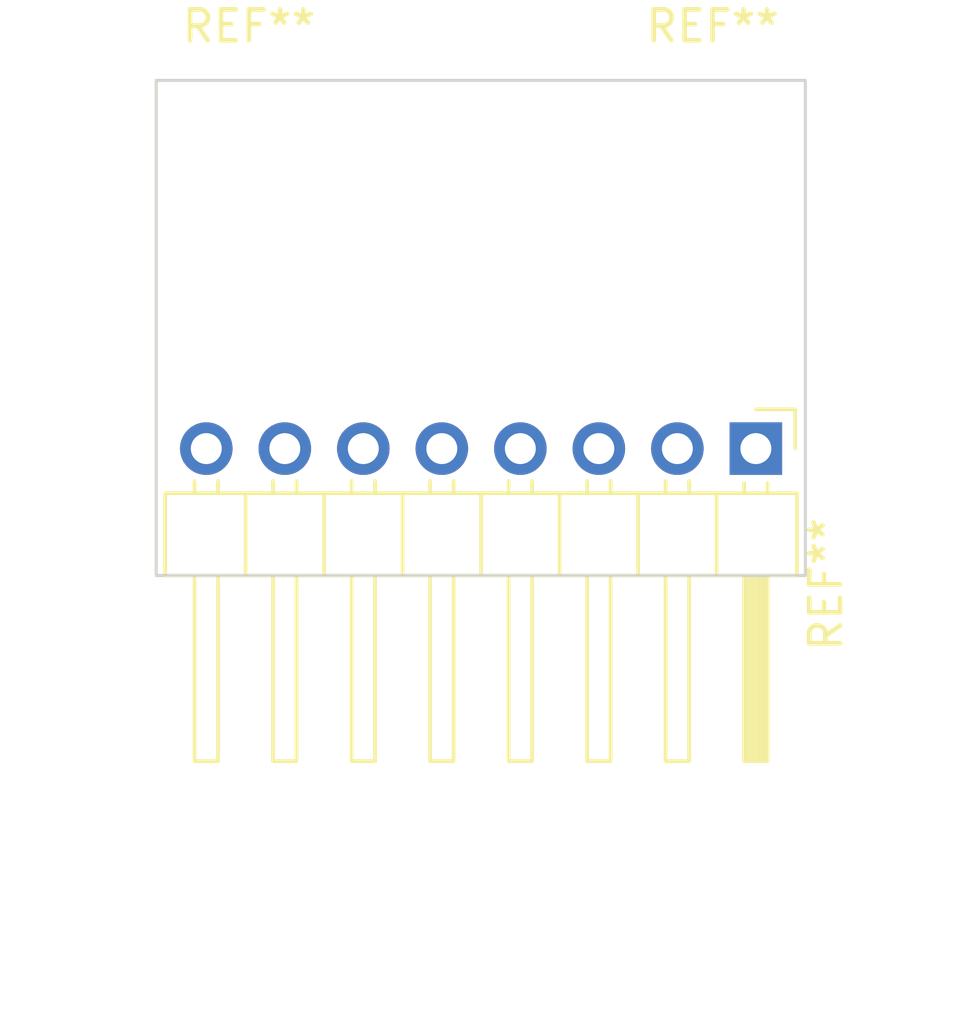
<source format=kicad_pcb>
(kicad_pcb (version 20221018) (generator pcbnew)
  (layers (0 "F.Cu" signal) (31 "B.Cu" signal) (34 "B.Paste" user) (35 "F.Paste" user) (36 "B.SilkS" user "B.Silkscreen") (37 "F.SilkS" user "F.Silkscreen") (38 "B.Mask" user) (39 "F.Mask" user) (44 "Edge.Cuts" user))
  (net 0 "")
  (footprint "MountingHole:MountingHole_3.5mm" (layer "F.Cu") (at 38 22.75)
    (fp_text reference "REF**" (at 0 -4.5) (layer "F.SilkS"))
    (fp_text value "MountingHole_3.5mm")
    (pad "" np_thru_hole circle (at 0 0) (size 3.5 3.5) (drill 3.5) (layers "*.Cu" "*.Mask"))
  )
  (footprint "Connector_PinHeader_2.54mm:PinHeader_1x08_P2.54mm_Horizontal" (layer "F.Cu") (at 39.4 31.9 -90)
    (fp_text reference "REF**" (at 4.385 -2.27 90) (layer "F.SilkS"))
    (fp_text value "PinHeader_1x08_P2.54mm_Horizontal")
    (fp_line (start -1.27 -1.27) (end 0 -1.27) (stroke (width 0.12)) (layer "F.SilkS"))
    (fp_line (start -1.27 0) (end -1.27 -1.27) (stroke (width 0.12)) (layer "F.SilkS"))
    (fp_line (start 1.042929 2.16) (end 1.44 2.16) (stroke (width 0.12)) (layer "F.SilkS"))
    (fp_line (start 1.042929 2.92) (end 1.44 2.92) (stroke (width 0.12)) (layer "F.SilkS"))
    (fp_line (start 1.042929 4.7) (end 1.44 4.7) (stroke (width 0.12)) (layer "F.SilkS"))
    (fp_line (start 1.042929 5.46) (end 1.44 5.46) (stroke (width 0.12)) (layer "F.SilkS"))
    (fp_line (start 1.042929 7.24) (end 1.44 7.24) (stroke (width 0.12)) (layer "F.SilkS"))
    (fp_line (start 1.042929 8) (end 1.44 8) (stroke (width 0.12)) (layer "F.SilkS"))
    (fp_line (start 1.042929 9.78) (end 1.44 9.78) (stroke (width 0.12)) (layer "F.SilkS"))
    (fp_line (start 1.042929 10.54) (end 1.44 10.54) (stroke (width 0.12)) (layer "F.SilkS"))
    (fp_line (start 1.042929 12.32) (end 1.44 12.32) (stroke (width 0.12)) (layer "F.SilkS"))
    (fp_line (start 1.042929 13.08) (end 1.44 13.08) (stroke (width 0.12)) (layer "F.SilkS"))
    (fp_line (start 1.042929 14.86) (end 1.44 14.86) (stroke (width 0.12)) (layer "F.SilkS"))
    (fp_line (start 1.042929 15.62) (end 1.44 15.62) (stroke (width 0.12)) (layer "F.SilkS"))
    (fp_line (start 1.042929 17.4) (end 1.44 17.4) (stroke (width 0.12)) (layer "F.SilkS"))
    (fp_line (start 1.042929 18.16) (end 1.44 18.16) (stroke (width 0.12)) (layer "F.SilkS"))
    (fp_line (start 1.11 -0.38) (end 1.44 -0.38) (stroke (width 0.12)) (layer "F.SilkS"))
    (fp_line (start 1.11 0.38) (end 1.44 0.38) (stroke (width 0.12)) (layer "F.SilkS"))
    (fp_line (start 1.44 -1.33) (end 1.44 19.11) (stroke (width 0.12)) (layer "F.SilkS"))
    (fp_line (start 1.44 1.27) (end 4.1 1.27) (stroke (width 0.12)) (layer "F.SilkS"))
    (fp_line (start 1.44 3.81) (end 4.1 3.81) (stroke (width 0.12)) (layer "F.SilkS"))
    (fp_line (start 1.44 6.35) (end 4.1 6.35) (stroke (width 0.12)) (layer "F.SilkS"))
    (fp_line (start 1.44 8.89) (end 4.1 8.89) (stroke (width 0.12)) (layer "F.SilkS"))
    (fp_line (start 1.44 11.43) (end 4.1 11.43) (stroke (width 0.12)) (layer "F.SilkS"))
    (fp_line (start 1.44 13.97) (end 4.1 13.97) (stroke (width 0.12)) (layer "F.SilkS"))
    (fp_line (start 1.44 16.51) (end 4.1 16.51) (stroke (width 0.12)) (layer "F.SilkS"))
    (fp_line (start 1.44 19.11) (end 4.1 19.11) (stroke (width 0.12)) (layer "F.SilkS"))
    (fp_line (start 4.1 -1.33) (end 1.44 -1.33) (stroke (width 0.12)) (layer "F.SilkS"))
    (fp_line (start 4.1 -0.38) (end 10.1 -0.38) (stroke (width 0.12)) (layer "F.SilkS"))
    (fp_line (start 4.1 -0.32) (end 10.1 -0.32) (stroke (width 0.12)) (layer "F.SilkS"))
    (fp_line (start 4.1 -0.2) (end 10.1 -0.2) (stroke (width 0.12)) (layer "F.SilkS"))
    (fp_line (start 4.1 -0.08) (end 10.1 -0.08) (stroke (width 0.12)) (layer "F.SilkS"))
    (fp_line (start 4.1 0.04) (end 10.1 0.04) (stroke (width 0.12)) (layer "F.SilkS"))
    (fp_line (start 4.1 0.16) (end 10.1 0.16) (stroke (width 0.12)) (layer "F.SilkS"))
    (fp_line (start 4.1 0.28) (end 10.1 0.28) (stroke (width 0.12)) (layer "F.SilkS"))
    (fp_line (start 4.1 2.16) (end 10.1 2.16) (stroke (width 0.12)) (layer "F.SilkS"))
    (fp_line (start 4.1 4.7) (end 10.1 4.7) (stroke (width 0.12)) (layer "F.SilkS"))
    (fp_line (start 4.1 7.24) (end 10.1 7.24) (stroke (width 0.12)) (layer "F.SilkS"))
    (fp_line (start 4.1 9.78) (end 10.1 9.78) (stroke (width 0.12)) (layer "F.SilkS"))
    (fp_line (start 4.1 12.32) (end 10.1 12.32) (stroke (width 0.12)) (layer "F.SilkS"))
    (fp_line (start 4.1 14.86) (end 10.1 14.86) (stroke (width 0.12)) (layer "F.SilkS"))
    (fp_line (start 4.1 17.4) (end 10.1 17.4) (stroke (width 0.12)) (layer "F.SilkS"))
    (fp_line (start 4.1 19.11) (end 4.1 -1.33) (stroke (width 0.12)) (layer "F.SilkS"))
    (fp_line (start 10.1 -0.38) (end 10.1 0.38) (stroke (width 0.12)) (layer "F.SilkS"))
    (fp_line (start 10.1 0.38) (end 4.1 0.38) (stroke (width 0.12)) (layer "F.SilkS"))
    (fp_line (start 10.1 2.16) (end 10.1 2.92) (stroke (width 0.12)) (layer "F.SilkS"))
    (fp_line (start 10.1 2.92) (end 4.1 2.92) (stroke (width 0.12)) (layer "F.SilkS"))
    (fp_line (start 10.1 4.7) (end 10.1 5.46) (stroke (width 0.12)) (layer "F.SilkS"))
    (fp_line (start 10.1 5.46) (end 4.1 5.46) (stroke (width 0.12)) (layer "F.SilkS"))
    (fp_line (start 10.1 7.24) (end 10.1 8) (stroke (width 0.12)) (layer "F.SilkS"))
    (fp_line (start 10.1 8) (end 4.1 8) (stroke (width 0.12)) (layer "F.SilkS"))
    (fp_line (start 10.1 9.78) (end 10.1 10.54) (stroke (width 0.12)) (layer "F.SilkS"))
    (fp_line (start 10.1 10.54) (end 4.1 10.54) (stroke (width 0.12)) (layer "F.SilkS"))
    (fp_line (start 10.1 12.32) (end 10.1 13.08) (stroke (width 0.12)) (layer "F.SilkS"))
    (fp_line (start 10.1 13.08) (end 4.1 13.08) (stroke (width 0.12)) (layer "F.SilkS"))
    (fp_line (start 10.1 14.86) (end 10.1 15.62) (stroke (width 0.12)) (layer "F.SilkS"))
    (fp_line (start 10.1 15.62) (end 4.1 15.62) (stroke (width 0.12)) (layer "F.SilkS"))
    (fp_line (start 10.1 17.4) (end 10.1 18.16) (stroke (width 0.12)) (layer "F.SilkS"))
    (fp_line (start 10.1 18.16) (end 4.1 18.16) (stroke (width 0.12)) (layer "F.SilkS"))
    (pad "1" thru_hole rect (at 0 0 270) (size 1.7 1.7) (drill 1) (layers "*.Cu" "*.Mask"))
    (pad "2" thru_hole oval (at 0 2.54 270) (size 1.7 1.7) (drill 1) (layers "*.Cu" "*.Mask"))
    (pad "3" thru_hole oval (at 0 5.08 270) (size 1.7 1.7) (drill 1) (layers "*.Cu" "*.Mask"))
    (pad "4" thru_hole oval (at 0 7.62 270) (size 1.7 1.7) (drill 1) (layers "*.Cu" "*.Mask"))
    (pad "5" thru_hole oval (at 0 10.16 270) (size 1.7 1.7) (drill 1) (layers "*.Cu" "*.Mask"))
    (pad "6" thru_hole oval (at 0 12.7 270) (size 1.7 1.7) (drill 1) (layers "*.Cu" "*.Mask"))
    (pad "7" thru_hole oval (at 0 15.24 270) (size 1.7 1.7) (drill 1) (layers "*.Cu" "*.Mask"))
    (pad "8" thru_hole oval (at 0 17.78 270) (size 1.7 1.7) (drill 1) (layers "*.Cu" "*.Mask"))
  )
  (footprint "MountingHole:MountingHole_3.5mm" (layer "F.Cu") (at 23 22.75)
    (fp_text reference "REF**" (at 0 -4.5) (layer "F.SilkS"))
    (fp_text value "MountingHole_3.5mm")
    (pad "" np_thru_hole circle (at 0 0) (size 3.5 3.5) (drill 3.5) (layers "*.Cu" "*.Mask"))
  )
  (gr_rect (start 20 20) (end 41 36) (stroke (width 0.1)) (fill none) (layer "Edge.Cuts"))
)
</source>
